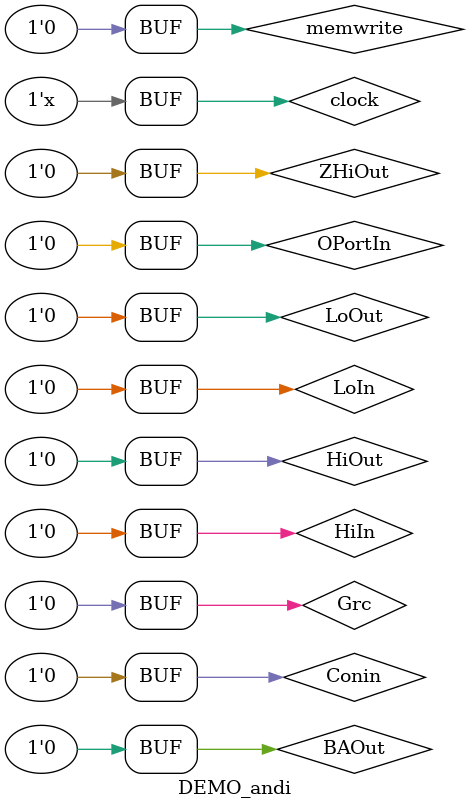
<source format=v>
`timescale 1ns/10ps
module DEMO_andi();

reg clock, clear;
reg [3:0] present_state;

reg HiIn, LoIn, ZIn, PCIn, MDRIn, MARIn, YIn, OPortIn, IRIn;
initial {HiIn, LoIn, ZIn, PCIn, MDRIn, MARIn, YIn, OPortIn, IRIn} = 0;
reg HiOut, LoOut, ZHiOut, ZLoOut, PCOut, MDROut, IPortOut, COut;
initial {HiOut, LoOut, ZHiOut, ZLoOut, PCOut, MDROut, IPortOut, COut} = 0;

reg [31:0] IPortInput = 0;

reg Gra, Grb, Grc, RIn, ROut, BAOut;
initial {Gra, Grb, Grc, RIn, ROut, BAOut} = 0;

reg Conin = 0;
wire ConOut;

reg memread = 0, memwrite = 0;
reg [4:0] ALUCode = 0;
reg initMem = 0;

DataPath dp(
	clock, clear, 
	HiIn, LoIn, ZIn, PCIn, MDRIn, MARIn, YIn, OPortIn, IRIn,
	HiOut, LoOut, ZHiOut, ZLoOut, PCOut, MDROut, IPortOut, COut,
	IPortInput,
	Gra, Grb, Grc, RIn, ROut, BAOut,
	Conin, ConOut,
	memread, memwrite, 
	ALUCode,
	initMem
);


//states and clock control:
parameter init1 = 4'd1, init2 = 4'd2, init3 = 4'd3, T0 = 4'd4, T1 = 4'd5, T2 = 4'd6, T3 = 4'd7, T4 = 4'd8, T5 = 4'd9, T6 = 4'd10, T7 = 4'd11;//can add more states here
initial begin clock = 0; present_state = 4'd0; end
always #10 clock = ~clock;
always @ (negedge clock) present_state = present_state + 1;



always @(present_state) begin
	case(present_state)
		init1: begin //Preload Register with value
			initMem = 1;
			IPortInput = 32'bxxxxx_0110_xxxx_0000000000000000111;//32'bxxxxx_register_xxxx_value
			IPortOut = 1;
			IRIn = 1;
			#15 IRIn = 0; IPortOut = 0; initMem = 0;
		end
		init2: begin
			Gra = 1;
			RIn = 1;
			COut = 1;
			#15 Gra = 0; RIn = 0; COut = 0;
		end
		init3: begin
			PCIn = 1;
			IPortInput = 32'd332;//preload PC with instruction memory location
			IPortOut = 1;
			#15 PCIn = 0; IPortOut = 0;
		end
		T0: begin
			PCOut = 1; MARIn = 1; ALUCode = 5'b11111; ZIn = 1;
			#15 PCOut = 0; MARIn = 0; ALUCode = 5'b0; ZIn = 0;
		end
		T1: begin
			ZLoOut = 1; PCIn = 1; memread = 1; MDRIn = 1;
			#15 ZLoOut = 0; PCIn = 0; memread = 0; MDRIn = 0;
		end
		T2: begin
			MDROut = 1; IRIn = 1;
			#15 MDROut = 0; IRIn = 0;
		end
		T3: begin
			Grb = 1; ROut = 1; YIn = 1;
			#15 Grb = 0; ROut = 0; YIn = 0;
		end
		T4: begin
			COut = 1; ALUCode = 5'b00101; ZIn = 1;
			#15 COut = 0; ZIn = 0;
		end
		T5: begin
			ZLoOut = 1; Gra = 1; RIn = 1;
			#15 ZLoOut = 0; Gra = 0; RIn = 0;
		end
		T6: begin

		end
		T7: begin

		end
	endcase
end
endmodule 
</source>
